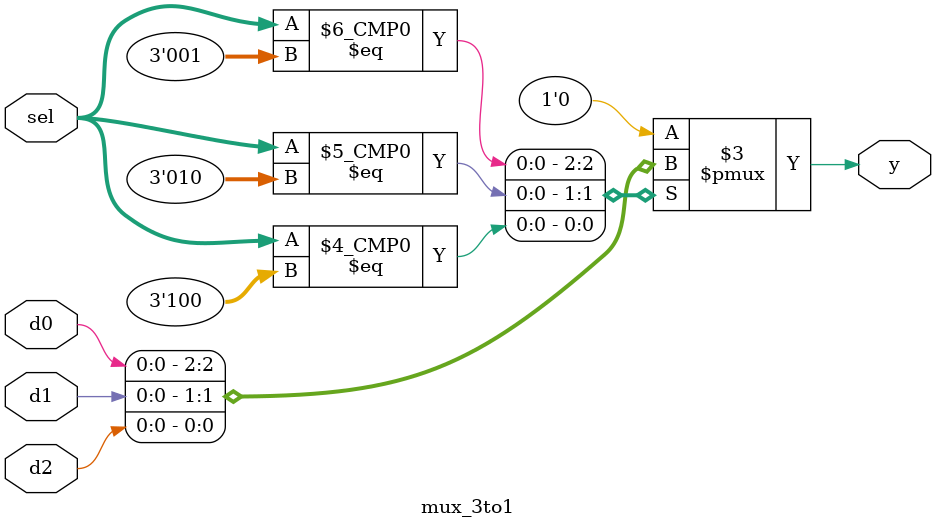
<source format=sv>

module mux_3to1 (
    input logic [2:0] sel,  
    input logic d0,        
    input logic d1,        
    input logic d2,        
    output logic y         
);

    always_comb begin
        case (sel)
            3'b001: y = d0;  
            3'b010: y = d1;  
            3'b100: y = d2;  
            default: y = 0;  
        endcase
    end

endmodule



</source>
